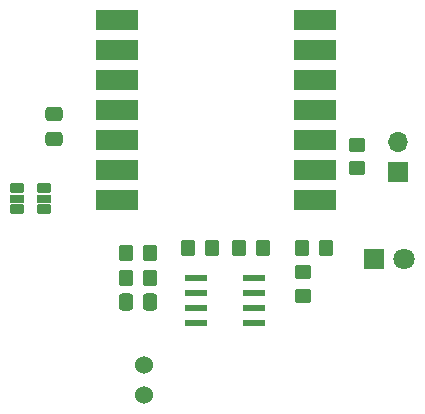
<source format=gbr>
%TF.GenerationSoftware,KiCad,Pcbnew,7.0.9*%
%TF.CreationDate,2024-04-20T19:42:18-07:00*%
%TF.ProjectId,mini_lipo_v1,6d696e69-5f6c-4697-906f-5f76312e6b69,rev?*%
%TF.SameCoordinates,Original*%
%TF.FileFunction,Soldermask,Bot*%
%TF.FilePolarity,Negative*%
%FSLAX46Y46*%
G04 Gerber Fmt 4.6, Leading zero omitted, Abs format (unit mm)*
G04 Created by KiCad (PCBNEW 7.0.9) date 2024-04-20 19:42:18*
%MOMM*%
%LPD*%
G01*
G04 APERTURE LIST*
G04 Aperture macros list*
%AMRoundRect*
0 Rectangle with rounded corners*
0 $1 Rounding radius*
0 $2 $3 $4 $5 $6 $7 $8 $9 X,Y pos of 4 corners*
0 Add a 4 corners polygon primitive as box body*
4,1,4,$2,$3,$4,$5,$6,$7,$8,$9,$2,$3,0*
0 Add four circle primitives for the rounded corners*
1,1,$1+$1,$2,$3*
1,1,$1+$1,$4,$5*
1,1,$1+$1,$6,$7*
1,1,$1+$1,$8,$9*
0 Add four rect primitives between the rounded corners*
20,1,$1+$1,$2,$3,$4,$5,0*
20,1,$1+$1,$4,$5,$6,$7,0*
20,1,$1+$1,$6,$7,$8,$9,0*
20,1,$1+$1,$8,$9,$2,$3,0*%
G04 Aperture macros list end*
%ADD10R,1.800000X1.800000*%
%ADD11C,1.800000*%
%ADD12RoundRect,0.250000X-0.350000X-0.450000X0.350000X-0.450000X0.350000X0.450000X-0.350000X0.450000X0*%
%ADD13RoundRect,0.250000X-0.337500X-0.475000X0.337500X-0.475000X0.337500X0.475000X-0.337500X0.475000X0*%
%ADD14RoundRect,0.250000X0.450000X-0.350000X0.450000X0.350000X-0.450000X0.350000X-0.450000X-0.350000X0*%
%ADD15R,1.700000X1.700000*%
%ADD16O,1.700000X1.700000*%
%ADD17RoundRect,0.250000X0.350000X0.450000X-0.350000X0.450000X-0.350000X-0.450000X0.350000X-0.450000X0*%
%ADD18RoundRect,0.250000X0.475000X-0.337500X0.475000X0.337500X-0.475000X0.337500X-0.475000X-0.337500X0*%
%ADD19C,1.524000*%
%ADD20R,1.981200X0.558800*%
%ADD21RoundRect,0.250000X-0.450000X0.350000X-0.450000X-0.350000X0.450000X-0.350000X0.450000X0.350000X0*%
%ADD22R,3.556000X1.778000*%
%ADD23RoundRect,0.102000X-0.515000X-0.310000X0.515000X-0.310000X0.515000X0.310000X-0.515000X0.310000X0*%
%ADD24RoundRect,0.102000X-0.515000X-0.250000X0.515000X-0.250000X0.515000X0.250000X-0.515000X0.250000X0*%
G04 APERTURE END LIST*
D10*
%TO.C,D1*%
X113802500Y-55283000D03*
D11*
X116342500Y-55283000D03*
%TD*%
D12*
%TO.C,R1*%
X98060000Y-54356000D03*
X100060000Y-54356000D03*
%TD*%
D13*
%TO.C,C3*%
X92769500Y-58928000D03*
X94844500Y-58928000D03*
%TD*%
D14*
%TO.C,Rf2*%
X107823000Y-58404000D03*
X107823000Y-56404000D03*
%TD*%
D15*
%TO.C,J1*%
X115824000Y-47884000D03*
D16*
X115824000Y-45344000D03*
%TD*%
D17*
%TO.C,Rs1*%
X94837000Y-56881000D03*
X92837000Y-56881000D03*
%TD*%
D18*
%TO.C,C1*%
X86741000Y-45085000D03*
X86741000Y-43010000D03*
%TD*%
D19*
%TO.C,C2*%
X94361000Y-66802000D03*
X94361000Y-64262000D03*
%TD*%
D12*
%TO.C,Rf1*%
X92837000Y-54737000D03*
X94837000Y-54737000D03*
%TD*%
D20*
%TO.C,U2*%
X103632000Y-56896000D03*
X103632000Y-58166000D03*
X103632000Y-59436000D03*
X103632000Y-60706000D03*
X98704400Y-60706000D03*
X98704400Y-59436000D03*
X98704400Y-58166000D03*
X98704400Y-56896000D03*
%TD*%
D12*
%TO.C,R2*%
X102362000Y-54356000D03*
X104362000Y-54356000D03*
%TD*%
D21*
%TO.C,Rb1*%
X112395000Y-45593000D03*
X112395000Y-47593000D03*
%TD*%
D22*
%TO.C,U1*%
X108839000Y-35052000D03*
X108839000Y-37592000D03*
X108839000Y-40132000D03*
X108839000Y-42672000D03*
X108839000Y-45212000D03*
X108839000Y-47752000D03*
X108839000Y-50292000D03*
X92075000Y-35052000D03*
X92075000Y-37592000D03*
X92075000Y-40132000D03*
X92075000Y-42672000D03*
X92075000Y-45212000D03*
X92075000Y-47752000D03*
X92075000Y-50292000D03*
%TD*%
D12*
%TO.C,Rg1*%
X107712000Y-54356000D03*
X109712000Y-54356000D03*
%TD*%
D23*
%TO.C,MK1*%
X83604000Y-51045000D03*
D24*
X83604000Y-50165000D03*
D23*
X83604000Y-49285000D03*
X85814000Y-49285000D03*
D24*
X85814000Y-50165000D03*
D23*
X85814000Y-51045000D03*
%TD*%
M02*

</source>
